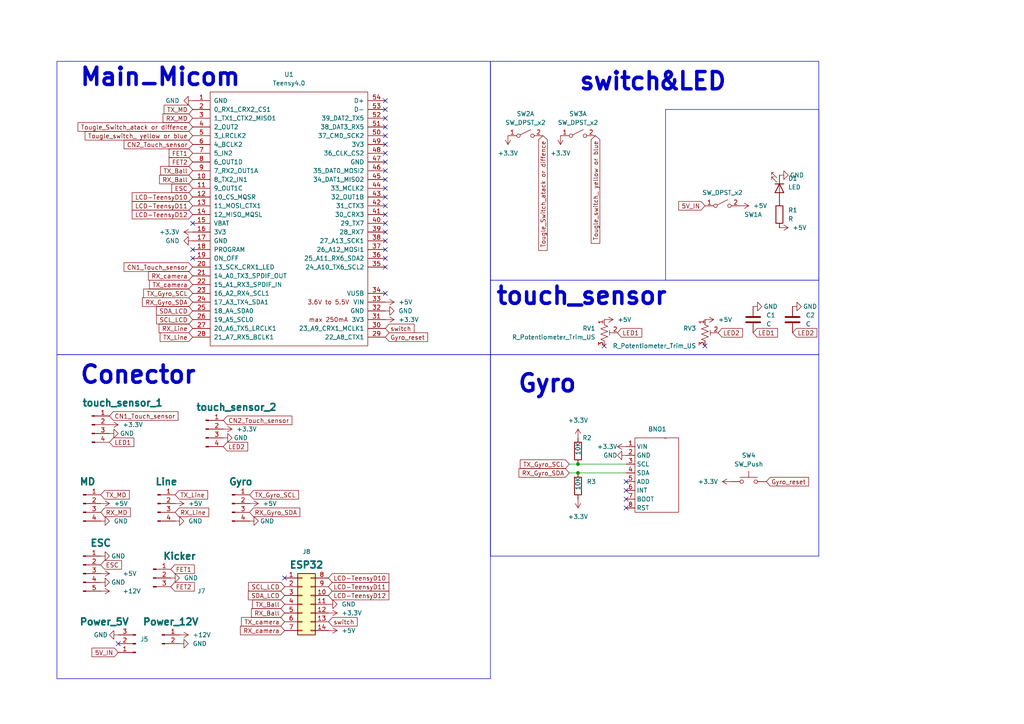
<source format=kicad_sch>
(kicad_sch (version 20230121) (generator eeschema)
  (paper "A4")
  (lib_symbols
    (symbol "BNO055:BNO055"
      (property "Reference" "BNO055" (at -5.08 2.54 0))
      (symbol "BNO055_0_1"
        (rectangle (start -8.89 0) (end 3.81 -21.59))
      )
      (symbol "BNO055_1_1"
        (pin output line (at -11.43 -2.54 0) (length 2.54) (name "VIN") (number "1"))
        (pin output line (at -11.43 -5.08 0) (length 2.54) (name "GND") (number "2"))
        (pin output line (at -11.43 -7.62 0) (length 2.54) (name "SCL") (number "3"))
        (pin output line (at -11.43 -10.16 0) (length 2.54) (name "SDA") (number "4"))
        (pin output line (at -11.43 -12.7 0) (length 2.54) (name "ADD") (number "5"))
        (pin output line (at -11.43 -15.24 0) (length 2.54) (name "INT") (number "6"))
        (pin output line (at -11.43 -17.78 0) (length 2.54) (name "BOOT") (number "7"))
        (pin output line (at -11.43 -20.32 0) (length 2.54) (name "RST") (number "8"))
      )
    )
    (symbol "Connector:Conn_01x02_Pin" (pin_names (offset 1.016) hide)
      (property "Reference" "J" (at 0 2.54 0))
      (property "Value" "Conn_01x02_Pin" (at 0 -5.08 0))
      (symbol "Conn_01x02_Pin_1_1"
        (polyline (pts (xy 1.27 -2.54) (xy 0.8636 -2.54)) (stroke (width 0.1524)))
        (polyline (pts (xy 1.27 0) (xy 0.8636 0)) (stroke (width 0.1524)))
        (rectangle (start 0.8636 -2.413) (end 0 -2.667) (stroke (width 0.1524)) (fill (type outline)))
        (rectangle (start 0.8636 0.127) (end 0 -0.127) (stroke (width 0.1524)) (fill (type outline)))
        (pin passive line (at 5.08 0 180) (length 3.81) (name "Pin_1") (number "1"))
        (pin passive line (at 5.08 -2.54 180) (length 3.81) (name "Pin_2") (number "2"))
      )
    )
    (symbol "Connector:Conn_01x03_Pin" (pin_names (offset 1.016) hide)
      (property "Reference" "J" (at 0 5.08 0))
      (property "Value" "Conn_01x03_Pin" (at 0 -5.08 0))
      (symbol "Conn_01x03_Pin_1_1"
        (polyline (pts (xy 1.27 -2.54) (xy 0.8636 -2.54)) (stroke (width 0.1524)))
        (polyline (pts (xy 1.27 0) (xy 0.8636 0)) (stroke (width 0.1524)))
        (polyline (pts (xy 1.27 2.54) (xy 0.8636 2.54)) (stroke (width 0.1524)))
        (rectangle (start 0.8636 -2.413) (end 0 -2.667) (stroke (width 0.1524)) (fill (type outline)))
        (rectangle (start 0.8636 0.127) (end 0 -0.127) (stroke (width 0.1524)) (fill (type outline)))
        (rectangle (start 0.8636 2.667) (end 0 2.413) (stroke (width 0.1524)) (fill (type outline)))
        (pin passive line (at 5.08 2.54 180) (length 3.81) (name "Pin_1") (number "1"))
        (pin passive line (at 5.08 0 180) (length 3.81) (name "Pin_2") (number "2"))
        (pin passive line (at 5.08 -2.54 180) (length 3.81) (name "Pin_3") (number "3"))
      )
    )
    (symbol "Connector:Conn_01x04_Pin" (pin_names (offset 1.016) hide)
      (property "Reference" "J" (at 0 5.08 0))
      (property "Value" "Conn_01x04_Pin" (at 0 -7.62 0))
      (symbol "Conn_01x04_Pin_1_1"
        (polyline (pts (xy 1.27 -5.08) (xy 0.8636 -5.08)) (stroke (width 0.1524)))
        (polyline (pts (xy 1.27 -2.54) (xy 0.8636 -2.54)) (stroke (width 0.1524)))
        (polyline (pts (xy 1.27 0) (xy 0.8636 0)) (stroke (width 0.1524)))
        (polyline (pts (xy 1.27 2.54) (xy 0.8636 2.54)) (stroke (width 0.1524)))
        (rectangle (start 0.8636 -4.953) (end 0 -5.207) (stroke (width 0.1524)) (fill (type outline)))
        (rectangle (start 0.8636 -2.413) (end 0 -2.667) (stroke (width 0.1524)) (fill (type outline)))
        (rectangle (start 0.8636 0.127) (end 0 -0.127) (stroke (width 0.1524)) (fill (type outline)))
        (rectangle (start 0.8636 2.667) (end 0 2.413) (stroke (width 0.1524)) (fill (type outline)))
        (pin passive line (at 5.08 2.54 180) (length 3.81) (name "Pin_1") (number "1"))
        (pin passive line (at 5.08 0 180) (length 3.81) (name "Pin_2") (number "2"))
        (pin passive line (at 5.08 -2.54 180) (length 3.81) (name "Pin_3") (number "3"))
        (pin passive line (at 5.08 -5.08 180) (length 3.81) (name "Pin_4") (number "4"))
      )
    )
    (symbol "Connector:Conn_01x05_Pin" (pin_names (offset 1.016) hide)
      (property "Reference" "J" (at 0 7.62 0))
      (property "Value" "Conn_01x05_Pin" (at 0 -7.62 0))
      (symbol "Conn_01x05_Pin_1_1"
        (polyline (pts (xy 1.27 -5.08) (xy 0.8636 -5.08)) (stroke (width 0.1524)))
        (polyline (pts (xy 1.27 -2.54) (xy 0.8636 -2.54)) (stroke (width 0.1524)))
        (polyline (pts (xy 1.27 0) (xy 0.8636 0)) (stroke (width 0.1524)))
        (polyline (pts (xy 1.27 2.54) (xy 0.8636 2.54)) (stroke (width 0.1524)))
        (polyline (pts (xy 1.27 5.08) (xy 0.8636 5.08)) (stroke (width 0.1524)))
        (rectangle (start 0.8636 -4.953) (end 0 -5.207) (stroke (width 0.1524)) (fill (type outline)))
        (rectangle (start 0.8636 -2.413) (end 0 -2.667) (stroke (width 0.1524)) (fill (type outline)))
        (rectangle (start 0.8636 0.127) (end 0 -0.127) (stroke (width 0.1524)) (fill (type outline)))
        (rectangle (start 0.8636 2.667) (end 0 2.413) (stroke (width 0.1524)) (fill (type outline)))
        (rectangle (start 0.8636 5.207) (end 0 4.953) (stroke (width 0.1524)) (fill (type outline)))
        (pin passive line (at 5.08 5.08 180) (length 3.81) (name "Pin_1") (number "1"))
        (pin passive line (at 5.08 2.54 180) (length 3.81) (name "Pin_2") (number "2"))
        (pin passive line (at 5.08 0 180) (length 3.81) (name "Pin_3") (number "3"))
        (pin passive line (at 5.08 -2.54 180) (length 3.81) (name "Pin_4") (number "4"))
        (pin passive line (at 5.08 -5.08 180) (length 3.81) (name "Pin_5") (number "5"))
      )
    )
    (symbol "Connector_Generic:Conn_02x07_Top_Bottom" (pin_names (offset 1.016) hide)
      (property "Reference" "J" (at 1.27 10.16 0))
      (property "Value" "Conn_02x07_Top_Bottom" (at 1.27 -10.16 0))
      (symbol "Conn_02x07_Top_Bottom_1_1"
        (rectangle (start -1.27 -7.493) (end 0 -7.747) (stroke (width 0.1524)))
        (rectangle (start -1.27 -4.953) (end 0 -5.207) (stroke (width 0.1524)))
        (rectangle (start -1.27 -2.413) (end 0 -2.667) (stroke (width 0.1524)))
        (rectangle (start -1.27 0.127) (end 0 -0.127) (stroke (width 0.1524)))
        (rectangle (start -1.27 2.667) (end 0 2.413) (stroke (width 0.1524)))
        (rectangle (start -1.27 5.207) (end 0 4.953) (stroke (width 0.1524)))
        (rectangle (start -1.27 7.747) (end 0 7.493) (stroke (width 0.1524)))
        (rectangle (start -1.27 8.89) (end 3.81 -8.89) (stroke (width 0.254)) (fill (type background)))
        (rectangle (start 3.81 -7.493) (end 2.54 -7.747) (stroke (width 0.1524)))
        (rectangle (start 3.81 -4.953) (end 2.54 -5.207) (stroke (width 0.1524)))
        (rectangle (start 3.81 -2.413) (end 2.54 -2.667) (stroke (width 0.1524)))
        (rectangle (start 3.81 0.127) (end 2.54 -0.127) (stroke (width 0.1524)))
        (rectangle (start 3.81 2.667) (end 2.54 2.413) (stroke (width 0.1524)))
        (rectangle (start 3.81 5.207) (end 2.54 4.953) (stroke (width 0.1524)))
        (rectangle (start 3.81 7.747) (end 2.54 7.493) (stroke (width 0.1524)))
        (pin passive line (at -5.08 7.62 0) (length 3.81) (name "Pin_1") (number "1"))
        (pin passive line (at 7.62 2.54 180) (length 3.81) (name "Pin_10") (number "10"))
        (pin passive line (at 7.62 0 180) (length 3.81) (name "Pin_11") (number "11"))
        (pin passive line (at 7.62 -2.54 180) (length 3.81) (name "Pin_12") (number "12"))
        (pin passive line (at 7.62 -5.08 180) (length 3.81) (name "Pin_13") (number "13"))
        (pin passive line (at 7.62 -7.62 180) (length 3.81) (name "Pin_14") (number "14"))
        (pin passive line (at -5.08 5.08 0) (length 3.81) (name "Pin_2") (number "2"))
        (pin passive line (at -5.08 2.54 0) (length 3.81) (name "Pin_3") (number "3"))
        (pin passive line (at -5.08 0 0) (length 3.81) (name "Pin_4") (number "4"))
        (pin passive line (at -5.08 -2.54 0) (length 3.81) (name "Pin_5") (number "5"))
        (pin passive line (at -5.08 -5.08 0) (length 3.81) (name "Pin_6") (number "6"))
        (pin passive line (at -5.08 -7.62 0) (length 3.81) (name "Pin_7") (number "7"))
        (pin passive line (at 7.62 7.62 180) (length 3.81) (name "Pin_8") (number "8"))
        (pin passive line (at 7.62 5.08 180) (length 3.81) (name "Pin_9") (number "9"))
      )
    )
    (symbol "Device:C" (pin_numbers hide) (pin_names (offset 0.254))
      (property "Reference" "C" (at 0.635 2.54 0))
      (property "Value" "C" (at 0.635 -2.54 0))
      (symbol "C_0_1"
        (polyline (pts (xy -2.032 -0.762) (xy 2.032 -0.762)) (stroke (width 0.508)))
        (polyline (pts (xy -2.032 0.762) (xy 2.032 0.762)) (stroke (width 0.508)))
      )
      (symbol "C_1_1"
        (pin passive line (at 0 3.81 270) (length 2.794) (name "~") (number "1"))
        (pin passive line (at 0 -3.81 90) (length 2.794) (name "~") (number "2"))
      )
    )
    (symbol "Device:LED" (pin_numbers hide) (pin_names (offset 1.016) hide)
      (property "Reference" "D" (at 0 2.54 0))
      (property "Value" "LED" (at 0 -2.54 0))
      (symbol "LED_0_1"
        (polyline (pts (xy -1.27 -1.27) (xy -1.27 1.27)) (stroke (width 0.254)))
        (polyline (pts (xy -1.27 0) (xy 1.27 0)))
        (polyline (pts (xy 1.27 -1.27) (xy 1.27 1.27) (xy -1.27 0) (xy 1.27 -1.27)) (stroke (width 0.254)))
        (polyline (pts (xy -3.048 -0.762) (xy -4.572 -2.286) (xy -3.81 -2.286) (xy -4.572 -2.286) (xy -4.572 -1.524)))
        (polyline (pts (xy -1.778 -0.762) (xy -3.302 -2.286) (xy -2.54 -2.286) (xy -3.302 -2.286) (xy -3.302 -1.524)))
      )
      (symbol "LED_1_1"
        (pin passive line (at -3.81 0 0) (length 2.54) (name "K") (number "1"))
        (pin passive line (at 3.81 0 180) (length 2.54) (name "A") (number "2"))
      )
    )
    (symbol "Device:R" (pin_numbers hide) (pin_names (offset 0))
      (property "Reference" "R" (at 2.032 0 90))
      (property "Value" "R" (at 0 0 90))
      (symbol "R_0_1"
        (rectangle (start -1.016 -2.54) (end 1.016 2.54) (stroke (width 0.254)))
      )
      (symbol "R_1_1"
        (pin passive line (at 0 3.81 270) (length 1.27) (name "~") (number "1"))
        (pin passive line (at 0 -3.81 90) (length 1.27) (name "~") (number "2"))
      )
    )
    (symbol "Device:R_Potentiometer_Trim_US" (pin_names (offset 1.016) hide)
      (property "Reference" "RV" (at -4.445 0 90))
      (property "Value" "R_Potentiometer_Trim_US" (at -2.54 0 90))
      (symbol "R_Potentiometer_Trim_US_0_1"
        (polyline (pts (xy 0 -2.286) (xy 0 -2.54)))
        (polyline (pts (xy 0 2.286) (xy 0 2.54)))
        (polyline (pts (xy 1.524 0.762) (xy 1.524 -0.762)))
        (polyline (pts (xy 2.54 0) (xy 1.524 0)))
        (polyline (pts (xy 0 -0.762) (xy 1.016 -1.143) (xy 0 -1.524) (xy -1.016 -1.905) (xy 0 -2.286)))
        (polyline (pts (xy 0 0.762) (xy 1.016 0.381) (xy 0 0) (xy -1.016 -0.381) (xy 0 -0.762)))
        (polyline (pts (xy 0 2.286) (xy 1.016 1.905) (xy 0 1.524) (xy -1.016 1.143) (xy 0 0.762)))
      )
      (symbol "R_Potentiometer_Trim_US_1_1"
        (pin passive line (at 0 3.81 270) (length 1.27) (name "1") (number "1"))
        (pin passive line (at 3.81 0 180) (length 1.27) (name "2") (number "2"))
        (pin passive line (at 0 -3.81 90) (length 1.27) (name "3") (number "3"))
      )
    )
    (symbol "Switch:SW_DPST_x2" (pin_names (offset 0) hide)
      (property "Reference" "SW" (at 0 3.175 0))
      (property "Value" "SW_DPST_x2" (at 0 -2.54 0))
      (symbol "SW_DPST_x2_0_0"
        (circle (center -2.032 0) (radius 0.508))
        (polyline (pts (xy -1.524 0.254) (xy 1.524 1.778)))
        (circle (center 2.032 0) (radius 0.508))
      )
      (symbol "SW_DPST_x2_1_1"
        (pin passive line (at -5.08 0 0) (length 2.54) (name "A") (number "1"))
        (pin passive line (at 5.08 0 180) (length 2.54) (name "B") (number "2"))
      )
      (symbol "SW_DPST_x2_2_1"
        (pin passive line (at -5.08 0 0) (length 2.54) (name "A") (number "3"))
        (pin passive line (at 5.08 0 180) (length 2.54) (name "B") (number "4"))
      )
    )
    (symbol "Switch:SW_Push" (pin_numbers hide) (pin_names (offset 1.016) hide)
      (property "Reference" "SW" (at 1.27 2.54 0))
      (property "Value" "SW_Push" (at 0 -1.524 0))
      (symbol "SW_Push_0_1"
        (circle (center -2.032 0) (radius 0.508))
        (polyline (pts (xy 0 1.27) (xy 0 3.048)))
        (polyline (pts (xy 2.54 1.27) (xy -2.54 1.27)))
        (circle (center 2.032 0) (radius 0.508))
        (pin passive line (at -5.08 0 0) (length 2.54) (name "1") (number "1"))
        (pin passive line (at 5.08 0 180) (length 2.54) (name "2") (number "2"))
      )
    )
    (symbol "power:+12V" (power) (pin_names (offset 0))
      (property "Value" "+12V" (at 0 3.556 0))
      (symbol "+12V_0_1"
        (polyline (pts (xy -0.762 1.27) (xy 0 2.54)))
        (polyline (pts (xy 0 0) (xy 0 2.54)))
        (polyline (pts (xy 0 2.54) (xy 0.762 1.27)))
      )
      (symbol "+12V_1_1"
        (pin power_in line (at 0 0 90) (length 0) hide (name "+12V") (number "1"))
      )
    )
    (symbol "power:+3.3V" (power) (pin_names (offset 0))
      (property "Value" "+3.3V" (at 0 3.556 0))
      (symbol "+3.3V_0_1"
        (polyline (pts (xy -0.762 1.27) (xy 0 2.54)))
        (polyline (pts (xy 0 0) (xy 0 2.54)))
        (polyline (pts (xy 0 2.54) (xy 0.762 1.27)))
      )
      (symbol "+3.3V_1_1"
        (pin power_in line (at 0 0 90) (length 0) hide (name "+3.3V") (number "1"))
      )
    )
    (symbol "power:+5V" (power) (pin_names (offset 0))
      (property "Value" "+5V" (at 0 3.556 0))
      (symbol "+5V_0_1"
        (polyline (pts (xy -0.762 1.27) (xy 0 2.54)))
        (polyline (pts (xy 0 0) (xy 0 2.54)))
        (polyline (pts (xy 0 2.54) (xy 0.762 1.27)))
      )
      (symbol "+5V_1_1"
        (pin power_in line (at 0 0 90) (length 0) hide (name "+5V") (number "1"))
      )
    )
    (symbol "power:GND" (power) (pin_names (offset 0))
      (property "Value" "GND" (at 0 -3.81 0))
      (symbol "GND_0_1"
        (polyline (pts (xy 0 0) (xy 0 -1.27) (xy 1.27 -1.27) (xy 0 -2.54) (xy -1.27 -1.27) (xy 0 -1.27)))
      )
      (symbol "GND_1_1"
        (pin power_in line (at 0 0 270) (length 0) hide (name "GND") (number "1"))
      )
    )
    (symbol "teensy:Teensy4.0" (pin_names (offset 1.016))
      (property "Reference" "U" (at 0 39.37 0))
      (property "Value" "Teensy4.0" (at 0 -39.37 0))
      (symbol "Teensy4.0_0_0"
        (text "3.6V to 5.5V" (at 11.43 -24.13 0) (effects (font (size 1.27 1.27))))
        (text "max 250mA" (at 11.43 -29.21 0) (effects (font (size 1.27 1.27))))
        (pin bidirectional line (at -27.94 11.43 0) (length 5.08) (name "8_TX2_IN1") (number "10"))
        (pin bidirectional line (at -27.94 8.89 0) (length 5.08) (name "9_OUT1C") (number "11"))
        (pin bidirectional line (at -27.94 6.35 0) (length 5.08) (name "10_CS_MQSR") (number "12"))
        (pin bidirectional line (at -27.94 3.81 0) (length 5.08) (name "11_MOSI_CTX1") (number "13"))
        (pin bidirectional line (at -27.94 1.27 0) (length 5.08) (name "12_MISO_MQSL") (number "14"))
        (pin power_in line (at -27.94 -1.27 0) (length 5.08) (name "VBAT") (number "15"))
        (pin power_in line (at -27.94 -3.81 0) (length 5.08) (name "3V3") (number "16"))
        (pin power_in line (at -27.94 -6.35 0) (length 5.08) (name "GND") (number "17"))
        (pin input line (at -27.94 -8.89 0) (length 5.08) (name "PROGRAM") (number "18"))
        (pin input line (at -27.94 -11.43 0) (length 5.08) (name "ON_OFF") (number "19"))
        (pin bidirectional line (at -27.94 -13.97 0) (length 5.08) (name "13_SCK_CRX1_LED") (number "20"))
        (pin bidirectional line (at -27.94 -16.51 0) (length 5.08) (name "14_A0_TX3_SPDIF_OUT") (number "21"))
        (pin bidirectional line (at -27.94 -19.05 0) (length 5.08) (name "15_A1_RX3_SPDIF_IN") (number "22"))
        (pin bidirectional line (at -27.94 -21.59 0) (length 5.08) (name "16_A2_RX4_SCL1") (number "23"))
        (pin bidirectional line (at -27.94 -24.13 0) (length 5.08) (name "17_A3_TX4_SDA1") (number "24"))
        (pin bidirectional line (at -27.94 -26.67 0) (length 5.08) (name "18_A4_SDA0") (number "25"))
        (pin bidirectional line (at -27.94 -29.21 0) (length 5.08) (name "19_A5_SCL0") (number "26"))
        (pin bidirectional line (at -27.94 -31.75 0) (length 5.08) (name "20_A6_TX5_LRCLK1") (number "27"))
        (pin bidirectional line (at -27.94 -34.29 0) (length 5.08) (name "21_A7_RX5_BCLK1") (number "28"))
        (pin bidirectional line (at 27.94 -34.29 180) (length 5.08) (name "22_A8_CTX1") (number "29"))
        (pin bidirectional line (at 27.94 -31.75 180) (length 5.08) (name "23_A9_CRX1_MCLK1") (number "30"))
        (pin power_out line (at 27.94 -29.21 180) (length 5.08) (name "3V3") (number "31"))
        (pin power_in line (at 27.94 -26.67 180) (length 5.08) (name "GND") (number "32"))
        (pin power_in line (at 27.94 -24.13 180) (length 5.08) (name "VIN") (number "33"))
        (pin power_out line (at 27.94 -21.59 180) (length 5.08) (name "VUSB") (number "34"))
        (pin bidirectional line (at 27.94 -13.97 180) (length 5.08) (name "24_A10_TX6_SCL2") (number "35"))
        (pin bidirectional line (at 27.94 -11.43 180) (length 5.08) (name "25_A11_RX6_SDA2") (number "36"))
        (pin bidirectional line (at 27.94 -8.89 180) (length 5.08) (name "26_A12_MOSI1") (number "37"))
        (pin bidirectional line (at 27.94 -6.35 180) (length 5.08) (name "27_A13_SCK1") (number "38"))
        (pin bidirectional line (at 27.94 -3.81 180) (length 5.08) (name "28_RX7") (number "39"))
        (pin bidirectional line (at 27.94 -1.27 180) (length 5.08) (name "29_TX7") (number "40"))
        (pin bidirectional line (at 27.94 1.27 180) (length 5.08) (name "30_CRX3") (number "41"))
        (pin bidirectional line (at 27.94 3.81 180) (length 5.08) (name "31_CTX3") (number "42"))
        (pin bidirectional line (at 27.94 6.35 180) (length 5.08) (name "32_OUT1B") (number "43"))
        (pin bidirectional line (at 27.94 8.89 180) (length 5.08) (name "33_MCLK2") (number "44"))
        (pin bidirectional line (at 27.94 11.43 180) (length 5.08) (name "34_DAT1_MISO2") (number "45"))
        (pin bidirectional line (at 27.94 13.97 180) (length 5.08) (name "35_DAT0_MOSI2") (number "46"))
        (pin power_out line (at 27.94 16.51 180) (length 5.08) (name "GND") (number "47"))
        (pin bidirectional line (at 27.94 19.05 180) (length 5.08) (name "36_CLK_CS2") (number "48"))
        (pin power_out line (at 27.94 21.59 180) (length 5.08) (name "3V3") (number "49"))
        (pin bidirectional line (at -27.94 24.13 0) (length 5.08) (name "3_LRCLK2") (number "5"))
        (pin bidirectional line (at 27.94 24.13 180) (length 5.08) (name "37_CMD_SCK2") (number "50"))
        (pin bidirectional line (at 27.94 26.67 180) (length 5.08) (name "38_DAT3_RX5") (number "51"))
        (pin bidirectional line (at 27.94 29.21 180) (length 5.08) (name "39_DAT2_TX5") (number "52"))
        (pin bidirectional line (at 27.94 31.75 180) (length 5.08) (name "D-") (number "53"))
        (pin bidirectional line (at 27.94 34.29 180) (length 5.08) (name "D+") (number "54"))
        (pin bidirectional line (at -27.94 21.59 0) (length 5.08) (name "4_BCLK2") (number "6"))
        (pin bidirectional line (at -27.94 19.05 0) (length 5.08) (name "5_IN2") (number "7"))
        (pin bidirectional line (at -27.94 16.51 0) (length 5.08) (name "6_OUT1D") (number "8"))
        (pin bidirectional line (at -27.94 13.97 0) (length 5.08) (name "7_RX2_OUT1A") (number "9"))
      )
      (symbol "Teensy4.0_0_1"
        (rectangle (start -22.86 36.83) (end 22.86 -36.83))
        (rectangle (start -20.32 -31.75) (end -20.32 -31.75))
      )
      (symbol "Teensy4.0_1_1"
        (pin power_in line (at -27.94 34.29 0) (length 5.08) (name "GND") (number "1"))
        (pin bidirectional line (at -27.94 31.75 0) (length 5.08) (name "0_RX1_CRX2_CS1") (number "2"))
        (pin bidirectional line (at -27.94 29.21 0) (length 5.08) (name "1_TX1_CTX2_MISO1") (number "3"))
        (pin bidirectional line (at -27.94 26.67 0) (length 5.08) (name "2_OUT2") (number "4"))
      )
    )
  )
  (junction (at 167.64 137.16))
  (junction (at 167.64 134.62))
  (no_connect (at 55.88 74.93))
  (no_connect (at 111.76 46.99))
  (no_connect (at 111.76 44.45))
  (no_connect (at 181.61 139.7))
  (no_connect (at 181.61 144.78))
  (no_connect (at 111.76 72.39))
  (no_connect (at 111.76 77.47))
  (no_connect (at 181.61 142.24))
  (no_connect (at 111.76 34.29))
  (no_connect (at 111.76 31.75))
  (no_connect (at 111.76 52.07))
  (no_connect (at 55.88 72.39))
  (no_connect (at 111.76 57.15))
  (no_connect (at 111.76 29.21))
  (no_connect (at 111.76 41.91))
  (no_connect (at 111.76 59.69))
  (no_connect (at 82.55 167.64))
  (no_connect (at 111.76 49.53))
  (no_connect (at 204.47 100.33))
  (no_connect (at 111.76 69.85))
  (no_connect (at 111.76 64.77))
  (no_connect (at 111.76 36.83))
  (no_connect (at 34.29 186.69))
  (no_connect (at 111.76 74.93))
  (no_connect (at 111.76 85.09))
  (no_connect (at 111.76 39.37))
  (no_connect (at 111.76 62.23))
  (no_connect (at 111.76 67.31))
  (no_connect (at 111.76 54.61))
  (no_connect (at 55.88 64.77))
  (no_connect (at 175.26 100.33))
  (no_connect (at 181.61 147.32))
  (wire (pts (xy 167.64 134.62) (xy 181.61 134.62)))
  (wire (pts (xy 165.1 134.62) (xy 167.64 134.62)))
  (wire (pts (xy 167.64 137.16) (xy 181.61 137.16)))
  (wire (pts (xy 165.1 137.16) (xy 167.64 137.16)))
  (rectangle (start 16.51 102.87) (end 142.24 196.85))
  (rectangle (start 142.24 17.78) (end 237.49 81.28))
  (rectangle (start 193.04 31.75) (end 237.49 81.28))
  (rectangle (start 16.51 17.78) (end 142.24 102.87))
  (rectangle (start 142.24 102.87) (end 237.49 161.29))
  (rectangle (start 142.24 81.28) (end 237.49 102.87))
  (text "touch_sensor\n" (at 143.51 88.9 0) (effects (font (size 5 5) (thickness 1) bold) (justify left bottom)))
  (text "switch＆LED" (at 167.64 26.67 0) (effects (font (size 5 5) (thickness 1) bold) (justify left bottom)))
  (text "Gyro" (at 149.86 114.3 0) (effects (font (size 5 5) bold) (justify left bottom)))
  (text "Conector" (at 22.86 111.76 0) (effects (font (size 5 5) (thickness 1) bold) (justify left bottom)))
  (text "Main＿Micom" (at 22.86 25.4 0) (effects (font (size 5 5) (thickness 1) bold) (justify left bottom)))
  (global_label "LCD-TeensyD11" (shape input) (at 55.88 59.69 180) (property "Intersheetrefs" "${INTERSHEET_REFS}" (effects hide)))
  (global_label "RX_Line" (shape input) (at 55.88 95.25 180) (property "Intersheetrefs" "${INTERSHEET_REFS}" (effects hide)))
  (global_label "Tougle_Switch_atack or diffence" (shape input) (at 157.48 39.37 270) (property "Intersheetrefs" "${INTERSHEET_REFS}" (effects hide)))
  (global_label "TX_camera" (shape input) (at 82.55 180.34 180) (property "Intersheetrefs" "${INTERSHEET_REFS}" (effects hide)))
  (global_label "FET2" (shape input) (at 49.53 170.18 0) (property "Intersheetrefs" "${INTERSHEET_REFS}" (effects hide)))
  (global_label "Gyro_reset" (shape input) (at 111.76 97.79 0) (property "Intersheetrefs" "${INTERSHEET_REFS}" (effects hide)))
  (global_label "TX_Line" (shape input) (at 50.8 143.51 0) (property "Intersheetrefs" "${INTERSHEET_REFS}" (effects hide)))
  (global_label "CN1_Touch_sensor" (shape input) (at 31.75 120.65 0) (property "Intersheetrefs" "${INTERSHEET_REFS}" (effects hide)))
  (global_label "TX_MD" (shape input) (at 55.88 31.75 180) (property "Intersheetrefs" "${INTERSHEET_REFS}" (effects hide)))
  (global_label "RX_camera" (shape input) (at 82.55 182.88 180) (property "Intersheetrefs" "${INTERSHEET_REFS}" (effects hide)))
  (global_label "LCD-TeensyD12" (shape input) (at 95.25 172.72 0) (property "Intersheetrefs" "${INTERSHEET_REFS}" (effects hide)))
  (global_label "LCD-TeensyD10" (shape input) (at 95.25 167.64 0) (property "Intersheetrefs" "${INTERSHEET_REFS}" (effects hide)))
  (global_label "CN2_Touch_sensor" (shape input) (at 55.88 41.91 180) (property "Intersheetrefs" "${INTERSHEET_REFS}" (effects hide)))
  (global_label "LCD-TeensyD12" (shape input) (at 55.88 62.23 180) (property "Intersheetrefs" "${INTERSHEET_REFS}" (effects hide)))
  (global_label "RX_MD" (shape input) (at 29.21 148.59 0) (property "Intersheetrefs" "${INTERSHEET_REFS}" (effects hide)))
  (global_label "Gyro_reset" (shape input) (at 222.25 139.7 0) (property "Intersheetrefs" "${INTERSHEET_REFS}" (effects hide)))
  (global_label "TX_camera" (shape input) (at 55.88 82.55 180) (property "Intersheetrefs" "${INTERSHEET_REFS}" (effects hide)))
  (global_label "RX_camera" (shape input) (at 55.88 80.01 180) (property "Intersheetrefs" "${INTERSHEET_REFS}" (effects hide)))
  (global_label "ESC" (shape input) (at 29.21 163.83 0) (property "Intersheetrefs" "${INTERSHEET_REFS}" (effects hide)))
  (global_label "TX_Gyro_SCL" (shape input) (at 72.39 143.51 0) (property "Intersheetrefs" "${INTERSHEET_REFS}" (effects hide)))
  (global_label "Tougle_switch_ yellow or blue" (shape input) (at 172.72 39.37 270) (property "Intersheetrefs" "${INTERSHEET_REFS}" (effects hide)))
  (global_label "RX_Line" (shape input) (at 50.8 148.59 0) (property "Intersheetrefs" "${INTERSHEET_REFS}" (effects hide)))
  (global_label "TX_Ball" (shape input) (at 82.55 175.26 180) (property "Intersheetrefs" "${INTERSHEET_REFS}" (effects hide)))
  (global_label "LED2" (shape input) (at 208.28 96.52 0) (property "Intersheetrefs" "${INTERSHEET_REFS}" (effects hide)))
  (global_label "FET1" (shape input) (at 49.53 165.1 0) (property "Intersheetrefs" "${INTERSHEET_REFS}" (effects hide)))
  (global_label "LCD-TeensyD10" (shape input) (at 55.88 57.15 180) (property "Intersheetrefs" "${INTERSHEET_REFS}" (effects hide)))
  (global_label "SCL_LCD" (shape input) (at 82.55 170.18 180) (property "Intersheetrefs" "${INTERSHEET_REFS}" (effects hide)))
  (global_label "RX_Ball" (shape input) (at 82.55 177.8 180) (property "Intersheetrefs" "${INTERSHEET_REFS}" (effects hide)))
  (global_label "TX_MD" (shape input) (at 29.21 143.51 0) (property "Intersheetrefs" "${INTERSHEET_REFS}" (effects hide)))
  (global_label "switch" (shape input) (at 95.25 180.34 0) (property "Intersheetrefs" "${INTERSHEET_REFS}" (effects hide)))
  (global_label "CN2_Touch_sensor" (shape input) (at 64.77 121.92 0) (property "Intersheetrefs" "${INTERSHEET_REFS}" (effects hide)))
  (global_label "RX_Gyro_SDA" (shape input) (at 165.1 137.16 180) (property "Intersheetrefs" "${INTERSHEET_REFS}" (effects hide)))
  (global_label "SDA_LCD" (shape input) (at 55.88 90.17 180) (property "Intersheetrefs" "${INTERSHEET_REFS}" (effects hide)))
  (global_label "Tougle_Switch_atack or diffence" (shape input) (at 55.88 36.83 180) (property "Intersheetrefs" "${INTERSHEET_REFS}" (effects hide)))
  (global_label "Tougle_switch_ yellow or blue" (shape input) (at 55.88 39.37 180) (property "Intersheetrefs" "${INTERSHEET_REFS}" (effects hide)))
  (global_label "ESC" (shape input) (at 55.88 54.61 180) (property "Intersheetrefs" "${INTERSHEET_REFS}" (effects hide)))
  (global_label "TX_Line" (shape input) (at 55.88 97.79 180) (property "Intersheetrefs" "${INTERSHEET_REFS}" (effects hide)))
  (global_label "switch" (shape input) (at 111.76 95.25 0) (property "Intersheetrefs" "${INTERSHEET_REFS}" (effects hide)))
  (global_label "5V_IN" (shape input) (at 204.47 59.69 180) (property "Intersheetrefs" "${INTERSHEET_REFS}" (effects hide)))
  (global_label "RX_Ball" (shape input) (at 55.88 52.07 180) (property "Intersheetrefs" "${INTERSHEET_REFS}" (effects hide)))
  (global_label "LCD-TeensyD11" (shape input) (at 95.25 170.18 0) (property "Intersheetrefs" "${INTERSHEET_REFS}" (effects hide)))
  (global_label "TX_Gyro_SCL" (shape input) (at 165.1 134.62 180) (property "Intersheetrefs" "${INTERSHEET_REFS}" (effects hide)))
  (global_label "RX_MD" (shape input) (at 55.88 34.29 180) (property "Intersheetrefs" "${INTERSHEET_REFS}" (effects hide)))
  (global_label "RX_Gyro_SDA" (shape input) (at 55.88 87.63 180) (property "Intersheetrefs" "${INTERSHEET_REFS}" (effects hide)))
  (global_label "LED2" (shape input) (at 229.87 96.52 0) (property "Intersheetrefs" "${INTERSHEET_REFS}" (effects hide)))
  (global_label "TX_Ball" (shape input) (at 55.88 49.53 180) (property "Intersheetrefs" "${INTERSHEET_REFS}" (effects hide)))
  (global_label "LED1" (shape input) (at 179.07 96.52 0) (property "Intersheetrefs" "${INTERSHEET_REFS}" (effects hide)))
  (global_label "LED2" (shape input) (at 64.77 129.54 0) (property "Intersheetrefs" "${INTERSHEET_REFS}" (effects hide)))
  (global_label "CN1_Touch_sensor" (shape input) (at 55.88 77.47 180) (property "Intersheetrefs" "${INTERSHEET_REFS}" (effects hide)))
  (global_label "SDA_LCD" (shape input) (at 82.55 172.72 180) (property "Intersheetrefs" "${INTERSHEET_REFS}" (effects hide)))
  (global_label "FET1" (shape input) (at 55.88 44.45 180) (property "Intersheetrefs" "${INTERSHEET_REFS}" (effects hide)))
  (global_label "SCL_LCD" (shape input) (at 55.88 92.71 180) (property "Intersheetrefs" "${INTERSHEET_REFS}" (effects hide)))
  (global_label "FET2" (shape input) (at 55.88 46.99 180) (property "Intersheetrefs" "${INTERSHEET_REFS}" (effects hide)))
  (global_label "LED1" (shape input) (at 218.44 96.52 0) (property "Intersheetrefs" "${INTERSHEET_REFS}" (effects hide)))
  (global_label "RX_Gyro_SDA" (shape input) (at 72.39 148.59 0) (property "Intersheetrefs" "${INTERSHEET_REFS}" (effects hide)))
  (global_label "LED1" (shape input) (at 31.75 128.27 0) (property "Intersheetrefs" "${INTERSHEET_REFS}" (effects hide)))
  (global_label "TX_Gyro_SCL" (shape input) (at 55.88 85.09 180) (property "Intersheetrefs" "${INTERSHEET_REFS}" (effects hide)))
  (global_label "5V_IN" (shape input) (at 34.29 189.23 180) (property "Intersheetrefs" "${INTERSHEET_REFS}" (effects hide)))
  (symbol (lib_id "Connector:Conn_01x02_Pin") (at 46.99 184.15 0) (unit 1)
    (property "Reference" "J1" (effects hide))
    (property "Value" "Power_12V" (at 49.53 180.34 0) (effects (font (size 2 2) bold)))
    (property "Footprint" "Connector_JST:JST_XH_B2B-XH-A_1x02_P2.50mm_Vertical" (effects hide))
  )
  (symbol (lib_id "power:+3.3V") (at 31.75 123.19 270) (unit 1)
    (property "Reference" "#PWR08" (effects hide))
    (property "Value" "+3.3V" (at 35.56 123.19 90) (effects (justify left)))
  )
  (symbol (lib_id "power:+3.3V") (at 147.32 39.37 180) (unit 1)
    (property "Reference" "#PWR020" (effects hide))
    (property "Value" "+3.3V" (at 147.32 44.45 0))
  )
  (symbol (lib_id "power:GND") (at 52.07 186.69 90) (unit 1)
    (property "Reference" "#PWR02" (effects hide))
    (property "Value" "GND" (at 55.88 186.69 90) (effects (justify right)))
  )
  (symbol (lib_id "Connector:Conn_01x03_Pin") (at 39.37 186.69 180) (unit 1)
    (property "Reference" "J5" (at 40.64 185.42 0) (effects (justify right)))
    (property "Value" "Power_5V" (at 22.86 180.34 0) (effects (font (size 2 2) bold) (justify right)))
    (property "Footprint" "Connector_JST:JST_XH_B3B-XH-A_1x03_P2.50mm_Vertical" (effects hide))
  )
  (symbol (lib_id "power:+3.3V") (at 111.76 92.71 270) (unit 1)
    (property "Reference" "#PWR025" (effects hide))
    (property "Value" "+3.3V" (at 115.57 92.71 90) (effects (justify left)))
  )
  (symbol (lib_id "Device:R_Potentiometer_Trim_US") (at 175.26 96.52 0) (unit 1)
    (property "Reference" "RV1" (at 172.72 95.25 0) (effects (justify right)))
    (property "Value" "R_Potentiometer_Trim_US" (at 172.72 97.79 0) (effects (justify right)))
    (property "Footprint" "Variable_Register:Variable_Register" (effects hide))
  )
  (symbol (lib_id "power:+3.3V") (at 55.88 67.31 90) (unit 1)
    (property "Reference" "#PWR016" (effects hide))
    (property "Value" "+3.3V" (at 52.07 67.31 90) (effects (justify left)))
  )
  (symbol (lib_id "power:GND") (at 31.75 125.73 90) (unit 1)
    (property "Reference" "#PWR09" (effects hide))
    (property "Value" "GND" (at 36.83 125.73 90))
  )
  (symbol (lib_id "power:GND") (at 95.25 175.26 90) (unit 1)
    (property "Reference" "#PWR026" (effects hide))
    (property "Value" "GND" (at 99.06 175.26 90) (effects (justify right)))
  )
  (symbol (lib_id "power:+3.3V") (at 167.64 144.78 180) (unit 1)
    (property "Reference" "#PWR037" (effects hide))
    (property "Value" "+3.3V" (at 167.64 149.86 0))
  )
  (symbol (lib_id "power:GND") (at 55.88 29.21 270) (unit 1)
    (property "Reference" "#PWR015" (effects hide))
    (property "Value" "GND" (at 52.07 29.21 90) (effects (justify right)))
  )
  (symbol (lib_id "power:GND") (at 29.21 151.13 90) (unit 1)
    (property "Reference" "#PWR04" (effects hide))
    (property "Value" "GND" (at 33.02 151.13 90) (effects (justify right)))
  )
  (symbol (lib_id "Device:R") (at 226.06 62.23 0) (unit 1)
    (property "Reference" "R1" (at 228.6 60.96 0) (effects (justify left)))
    (property "Value" "R" (at 228.6 63.5 0) (effects (justify left)))
    (property "Footprint" "Resistor_THT:R_Axial_DIN0204_L3.6mm_D1.6mm_P5.08mm_Vertical" (effects hide))
  )
  (symbol (lib_id "teensy:Teensy4.0") (at 83.82 63.5 0) (unit 1)
    (property "Reference" "U1" (at 83.82 21.59 0))
    (property "Value" "Teensy4.0" (at 83.82 24.13 0))
    (property "Footprint" "teency4.0:Teensy40" (effects hide))
  )
  (symbol (lib_id "power:+3.3V") (at 162.56 39.37 180) (unit 1)
    (property "Reference" "#PWR022" (effects hide))
    (property "Value" "+3.3V" (at 162.56 44.45 0))
  )
  (symbol (lib_id "Device:C") (at 218.44 92.71 0) (unit 1)
    (property "Reference" "C1" (at 222.25 91.44 0) (effects (justify left)))
    (property "Value" "C" (at 222.25 93.98 0) (effects (justify left)))
    (property "Footprint" "Capacitor_THT:C_Radial_D6.3mm_H5.0mm_P2.50mm" (effects hide))
  )
  (symbol (lib_id "Switch:SW_DPST_x2") (at 167.64 39.37 0) (unit 1)
    (property "Reference" "SW3" (at 167.64 33.02 0))
    (property "Value" "SW_DPST_x2" (at 167.64 35.56 0))
    (property "Footprint" "Connector_PinSocket_2.54mm:PinSocket_1x03_P2.54mm_Vertical" (effects hide))
  )
  (symbol (lib_id "Device:R_Potentiometer_Trim_US") (at 204.47 96.52 0) (unit 1)
    (property "Reference" "RV3" (at 201.93 95.25 0) (effects (justify right)))
    (property "Value" "R_Potentiometer_Trim_US" (at 201.93 100.33 0) (effects (justify right)))
    (property "Footprint" "Variable_Register:Variable_Register" (effects hide))
  )
  (symbol (lib_id "power:+3.3V") (at 181.61 129.54 90) (unit 1)
    (property "Reference" "#PWR034" (effects hide))
    (property "Value" "+3.3V" (at 179.07 129.54 90) (effects (justify left)))
  )
  (symbol (lib_id "power:GND") (at 181.61 132.08 270) (unit 1)
    (property "Reference" "#PWR035" (effects hide))
    (property "Value" "GND" (at 179.07 132.08 90) (effects (justify right)))
  )
  (symbol (lib_id "power:+3.3V") (at 95.25 177.8 270) (unit 1)
    (property "Reference" "#PWR027" (effects hide))
    (property "Value" "+3.3V" (at 99.06 177.8 90) (effects (justify left)))
  )
  (symbol (lib_id "Connector_Generic:Conn_02x07_Top_Bottom") (at 87.63 175.26 0) (unit 1)
    (property "Reference" "J8" (at 88.9 160.02 0))
    (property "Value" "ESP32" (at 88.9 163.83 0) (effects (font (size 2 2) bold)))
    (property "Footprint" "Connector_IDC:IDC-Header_2x07_P2.54mm_Vertical" (effects hide))
  )
  (symbol (lib_id "power:+5V") (at 50.8 146.05 270) (unit 1)
    (property "Reference" "#PWR05" (effects hide))
    (property "Value" "+5V" (at 54.61 146.05 90) (effects (justify left)))
  )
  (symbol (lib_id "power:+5V") (at 175.26 92.71 270) (unit 1)
    (property "Reference" "#PWR031" (effects hide))
    (property "Value" "+5V" (at 179.07 92.71 90) (effects (justify left)))
  )
  (symbol (lib_id "power:+3.3V") (at 64.77 124.46 270) (unit 1)
    (property "Reference" "#PWR049" (effects hide))
    (property "Value" "+3.3V" (at 68.58 124.46 90) (effects (justify left)))
  )
  (symbol (lib_id "power:GND") (at 226.06 50.8 90) (unit 1)
    (property "Reference" "#PWR018" (effects hide))
    (property "Value" "GND" (at 231.14 50.8 90))
  )
  (symbol (lib_id "power:+5V") (at 204.47 92.71 270) (unit 1)
    (property "Reference" "#PWR051" (effects hide))
    (property "Value" "+5V" (at 208.28 92.71 90) (effects (justify left)))
  )
  (symbol (lib_id "power:GND") (at 111.76 90.17 90) (unit 1)
    (property "Reference" "#PWR024" (effects hide))
    (property "Value" "GND" (at 115.57 90.17 90) (effects (justify right)))
  )
  (symbol (lib_id "Connector:Conn_01x04_Pin") (at 67.31 146.05 0) (unit 1)
    (property "Reference" "J10" (effects hide))
    (property "Value" "Gyro" (at 69.85 139.7 0) (effects (font (size 2 2) bold)))
    (property "Footprint" "Connector_JST:JST_XH_B4B-XH-A_1x04_P2.50mm_Vertical" (effects hide))
  )
  (symbol (lib_id "power:GND") (at 64.77 127 90) (unit 1)
    (property "Reference" "#PWR050" (effects hide))
    (property "Value" "GND" (at 69.85 127 90))
  )
  (symbol (lib_id "Switch:SW_Push") (at 217.17 139.7 0) (unit 1)
    (property "Reference" "SW4" (at 217.17 132.08 0))
    (property "Value" "SW_Push" (at 217.17 134.62 0))
    (property "Footprint" "Button_Switch_THT:SW_PUSH_6mm_H5mm" (effects hide))
  )
  (symbol (lib_id "Connector:Conn_01x04_Pin") (at 26.67 123.19 0) (unit 1)
    (property "Reference" "J4" (effects hide))
    (property "Value" "touch_sensor_1" (at 35.56 116.84 0) (effects (font (size 2 2) bold)))
    (property "Footprint" "Connector_JST:JST_XH_B4B-XH-A_1x04_P2.50mm_Vertical" (effects hide))
  )
  (symbol (lib_id "power:+5V") (at 111.76 87.63 270) (unit 1)
    (property "Reference" "#PWR023" (effects hide))
    (property "Value" "+5V" (at 115.57 87.63 90) (effects (justify left)))
  )
  (symbol (lib_id "power:+12V") (at 52.07 184.15 270) (unit 1)
    (property "Reference" "#PWR01" (effects hide))
    (property "Value" "+12V" (at 55.88 184.15 90) (effects (justify left)))
  )
  (symbol (lib_id "power:+12V") (at 29.21 171.45 270) (unit 1)
    (property "Reference" "#PWR014" (effects hide))
    (property "Value" "+12V" (at 35.56 171.45 90) (effects (justify left)))
  )
  (symbol (lib_id "power:+5V") (at 72.39 146.05 270) (unit 1)
    (property "Reference" "#PWR029" (effects hide))
    (property "Value" "+5V" (at 76.2 146.05 90) (effects (justify left)))
  )
  (symbol (lib_id "power:+5V") (at 29.21 166.37 270) (unit 1)
    (property "Reference" "#PWR012" (effects hide))
    (property "Value" "+5V" (at 35.56 166.37 90) (effects (justify left)))
  )
  (symbol (lib_id "power:GND") (at 218.44 88.9 90) (unit 1)
    (property "Reference" "#PWR032" (effects hide))
    (property "Value" "GND" (at 223.52 88.9 90))
  )
  (symbol (lib_id "Switch:SW_DPST_x2") (at 209.55 59.69 0) (unit 1)
    (property "Reference" "SW1" (at 218.44 62.23 0))
    (property "Value" "SW_DPST_x2" (at 209.55 55.88 0))
    (property "Footprint" "Connector_PinSocket_2.54mm:PinSocket_1x03_P2.54mm_Vertical" (effects hide))
  )
  (symbol (lib_id "power:+5V") (at 226.06 66.04 270) (unit 1)
    (property "Reference" "#PWR019" (effects hide))
    (property "Value" "+5V" (at 229.87 66.04 90) (effects (justify left)))
  )
  (symbol (lib_id "Connector:Conn_01x03_Pin") (at 44.45 167.64 0) (unit 1)
    (property "Reference" "J7" (at 58.42 171.45 0))
    (property "Value" "Kicker" (at 52.07 161.29 0) (effects (font (size 2 2) bold)))
    (property "Footprint" "Connector_JST:JST_XH_B3B-XH-A_1x03_P2.50mm_Vertical" (effects hide))
  )
  (symbol (lib_id "Connector:Conn_01x05_Pin") (at 24.13 166.37 0) (unit 1)
    (property "Reference" "J6" (effects hide))
    (property "Value" "ESC" (at 29.21 157.48 0) (effects (font (size 2 2) bold)))
    (property "Footprint" "Connector_JST:JST_XH_B5B-XH-A_1x05_P2.50mm_Vertical" (effects hide))
  )
  (symbol (lib_id "Device:R") (at 167.64 130.81 0) (unit 1)
    (property "Reference" "R2" (at 168.91 127 0) (effects (justify left)))
    (property "Value" "10K" (at 167.64 132.08 90) (effects (justify left)))
    (property "Footprint" "Resistor_THT:R_Axial_DIN0204_L3.6mm_D1.6mm_P5.08mm_Vertical" (effects hide))
  )
  (symbol (lib_id "power:+5V") (at 95.25 182.88 270) (unit 1)
    (property "Reference" "#PWR028" (effects hide))
    (property "Value" "+5V" (at 99.06 182.88 90) (effects (justify left)))
  )
  (symbol (lib_id "power:+5V") (at 29.21 146.05 270) (unit 1)
    (property "Reference" "#PWR03" (effects hide))
    (property "Value" "+5V" (at 33.02 146.05 90) (effects (justify left)))
  )
  (symbol (lib_id "Connector:Conn_01x04_Pin") (at 24.13 146.05 0) (unit 1)
    (property "Reference" "J2" (effects hide))
    (property "Value" "MD" (at 25.4 139.7 0) (effects (font (size 2 2) bold)))
    (property "Footprint" "Connector_JST:JST_XH_B4B-XH-A_1x04_P2.50mm_Vertical" (effects hide))
  )
  (symbol (lib_id "power:GND") (at 229.87 88.9 90) (unit 1)
    (property "Reference" "#PWR052" (effects hide))
    (property "Value" "GND" (at 234.95 88.9 90))
  )
  (symbol (lib_id "power:GND") (at 29.21 168.91 90) (unit 1)
    (property "Reference" "#PWR013" (effects hide))
    (property "Value" "GND" (at 34.29 168.91 90))
  )
  (symbol (lib_id "Connector:Conn_01x04_Pin") (at 45.72 146.05 0) (unit 1)
    (property "Reference" "J3" (effects hide))
    (property "Value" "Line" (at 48.26 139.7 0) (effects (font (size 2 2) bold)))
    (property "Footprint" "Connector_JST:JST_XH_B4B-XH-A_1x04_P2.50mm_Vertical" (effects hide))
  )
  (symbol (lib_id "BNO055:BNO055") (at 193.04 127 0) (unit 1)
    (property "Reference" "BNO1" (at 187.96 124.46 0) (effects (justify left)))
    (property "Value" "~" (at 193.04 127 0))
    (property "Footprint" "BN0055:BNO00" (effects hide))
  )
  (symbol (lib_id "Device:LED") (at 226.06 54.61 270) (unit 1)
    (property "Reference" "D1" (at 228.6 51.7525 90) (effects (justify left)))
    (property "Value" "LED" (at 228.6 54.2925 90) (effects (justify left)))
    (property "Footprint" "LED_THT:LED_D3.0mm_Clear" (effects hide))
  )
  (symbol (lib_id "power:GND") (at 29.21 161.29 90) (unit 1)
    (property "Reference" "#PWR011" (effects hide))
    (property "Value" "GND" (at 34.29 161.29 90))
  )
  (symbol (lib_id "Device:C") (at 229.87 92.71 0) (unit 1)
    (property "Reference" "C2" (at 233.68 91.44 0) (effects (justify left)))
    (property "Value" "C" (at 233.68 93.98 0) (effects (justify left)))
    (property "Footprint" "Capacitor_THT:C_Radial_D6.3mm_H5.0mm_P2.50mm" (effects hide))
  )
  (symbol (lib_id "power:GND") (at 72.39 151.13 90) (unit 1)
    (property "Reference" "#PWR030" (effects hide))
    (property "Value" "GND" (at 77.47 151.13 90))
  )
  (symbol (lib_id "Device:R") (at 167.64 140.97 0) (unit 1)
    (property "Reference" "R3" (at 170.18 139.7 0) (effects (justify left)))
    (property "Value" "10K" (at 167.64 142.24 90) (effects (justify left)))
    (property "Footprint" "Resistor_THT:R_Axial_DIN0204_L3.6mm_D1.6mm_P5.08mm_Vertical" (effects hide))
  )
  (symbol (lib_id "power:+3.3V") (at 167.64 127 0) (unit 1)
    (property "Reference" "#PWR036" (effects hide))
    (property "Value" "+3.3V" (at 167.64 121.92 0))
  )
  (symbol (lib_id "power:+3.3V") (at 212.09 139.7 90) (unit 1)
    (property "Reference" "#PWR033" (effects hide))
    (property "Value" "+3.3V" (at 208.28 139.7 90) (effects (justify left)))
  )
  (symbol (lib_id "power:+5V") (at 214.63 59.69 270) (unit 1)
    (property "Reference" "#PWR010" (effects hide))
    (property "Value" "+5V" (at 218.44 59.69 90) (effects (justify left)))
  )
  (symbol (lib_id "power:GND") (at 55.88 69.85 270) (unit 1)
    (property "Reference" "#PWR017" (effects hide))
    (property "Value" "GND" (at 52.07 69.85 90) (effects (justify right)))
  )
  (symbol (lib_id "Connector:Conn_01x04_Pin") (at 59.69 124.46 0) (unit 1)
    (property "Reference" "J9" (effects hide))
    (property "Value" "touch_sensor_2" (at 68.58 118.11 0) (effects (font (size 2 2) bold)))
    (property "Footprint" "Connector_JST:JST_XH_B4B-XH-A_1x04_P2.50mm_Vertical" (effects hide))
  )
  (symbol (lib_id "power:GND") (at 34.29 184.15 270) (unit 1)
    (property "Reference" "#PWR07" (effects hide))
    (property "Value" "GND" (at 29.21 184.15 90))
  )
  (symbol (lib_id "power:GND") (at 49.53 167.64 90) (unit 1)
    (property "Reference" "#PWR021" (effects hide))
    (property "Value" "GND" (at 53.34 167.64 90) (effects (justify right)))
  )
  (symbol (lib_id "Switch:SW_DPST_x2") (at 152.4 39.37 0) (unit 1)
    (property "Reference" "SW2" (at 152.4 33.02 0))
    (property "Value" "SW_DPST_x2" (at 152.4 35.56 0))
    (property "Footprint" "Connector_PinSocket_2.54mm:PinSocket_1x03_P2.54mm_Vertical" (effects hide))
  )
  (symbol (lib_id "power:GND") (at 50.8 151.13 90) (unit 1)
    (property "Reference" "#PWR06" (effects hide))
    (property "Value" "GND" (at 54.61 151.13 90) (effects (justify right)))
  )
)
</source>
